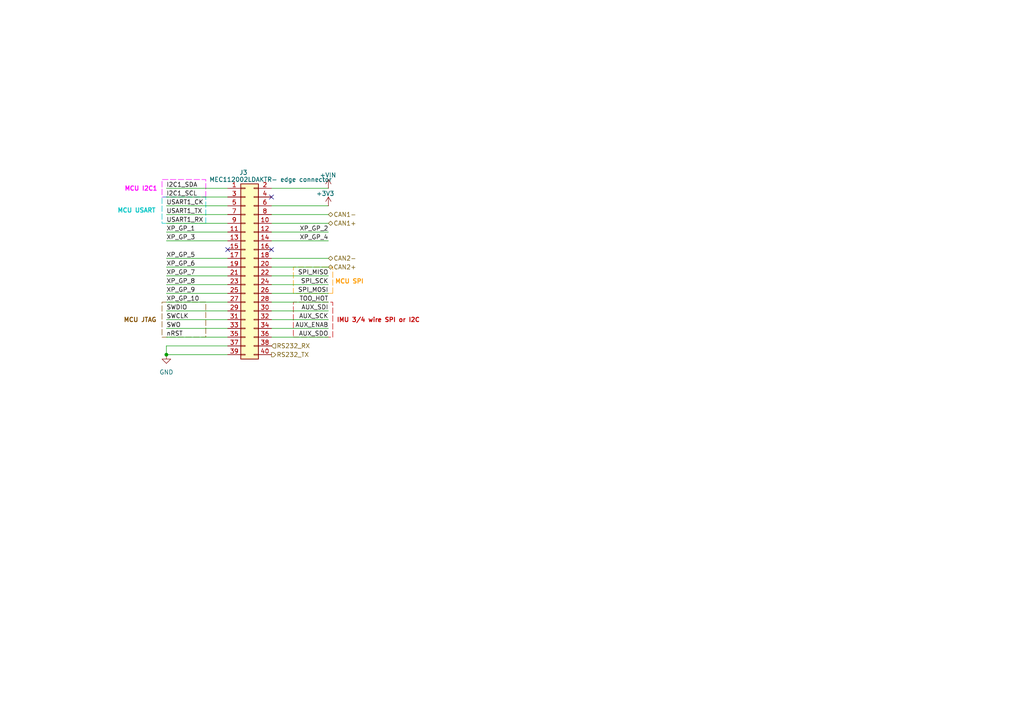
<source format=kicad_sch>
(kicad_sch (version 20250114) (generator "eeschema") (generator_version "9.0")
  (paper "A4")
  (lib_symbols
    (symbol "Connector_Generic:Conn_02x20_Odd_Even" (pin_names (offset 1.016) (hide yes))
      (property "Reference" "J" (at 1.27 25.4 0))
      (property "Value" "Conn_02x20_Odd_Even" (at 1.27 -27.94 0))
      (symbol "Conn_02x20_Odd_Even_1_1"
        (rectangle (start -1.27 24.13) (end 3.81 -26.67) (stroke (width 0.254)) (fill (type background)))
        (rectangle (start -1.27 22.987) (end 0 22.733) (stroke (width 0.1524)))
        (rectangle (start -1.27 20.447) (end 0 20.193) (stroke (width 0.1524)))
        (rectangle (start -1.27 17.907) (end 0 17.653) (stroke (width 0.1524)))
        (rectangle (start -1.27 15.367) (end 0 15.113) (stroke (width 0.1524)))
        (rectangle (start -1.27 12.827) (end 0 12.573) (stroke (width 0.1524)))
        (rectangle (start -1.27 10.287) (end 0 10.033) (stroke (width 0.1524)))
        (rectangle (start -1.27 7.747) (end 0 7.493) (stroke (width 0.1524)))
        (rectangle (start -1.27 5.207) (end 0 4.953) (stroke (width 0.1524)))
        (rectangle (start -1.27 2.667) (end 0 2.413) (stroke (width 0.1524)))
        (rectangle (start -1.27 0.127) (end 0 -0.127) (stroke (width 0.1524)))
        (rectangle (start -1.27 -2.413) (end 0 -2.667) (stroke (width 0.1524)))
        (rectangle (start -1.27 -4.953) (end 0 -5.207) (stroke (width 0.1524)))
        (rectangle (start -1.27 -7.493) (end 0 -7.747) (stroke (width 0.1524)))
        (rectangle (start -1.27 -10.033) (end 0 -10.287) (stroke (width 0.1524)))
        (rectangle (start -1.27 -12.573) (end 0 -12.827) (stroke (width 0.1524)))
        (rectangle (start -1.27 -15.113) (end 0 -15.367) (stroke (width 0.1524)))
        (rectangle (start -1.27 -17.653) (end 0 -17.907) (stroke (width 0.1524)))
        (rectangle (start -1.27 -20.193) (end 0 -20.447) (stroke (width 0.1524)))
        (rectangle (start -1.27 -22.733) (end 0 -22.987) (stroke (width 0.1524)))
        (rectangle (start -1.27 -25.273) (end 0 -25.527) (stroke (width 0.1524)))
        (rectangle (start 3.81 22.987) (end 2.54 22.733) (stroke (width 0.1524)))
        (rectangle (start 3.81 20.447) (end 2.54 20.193) (stroke (width 0.1524)))
        (rectangle (start 3.81 17.907) (end 2.54 17.653) (stroke (width 0.1524)))
        (rectangle (start 3.81 15.367) (end 2.54 15.113) (stroke (width 0.1524)))
        (rectangle (start 3.81 12.827) (end 2.54 12.573) (stroke (width 0.1524)))
        (rectangle (start 3.81 10.287) (end 2.54 10.033) (stroke (width 0.1524)))
        (rectangle (start 3.81 7.747) (end 2.54 7.493) (stroke (width 0.1524)))
        (rectangle (start 3.81 5.207) (end 2.54 4.953) (stroke (width 0.1524)))
        (rectangle (start 3.81 2.667) (end 2.54 2.413) (stroke (width 0.1524)))
        (rectangle (start 3.81 0.127) (end 2.54 -0.127) (stroke (width 0.1524)))
        (rectangle (start 3.81 -2.413) (end 2.54 -2.667) (stroke (width 0.1524)))
        (rectangle (start 3.81 -4.953) (end 2.54 -5.207) (stroke (width 0.1524)))
        (rectangle (start 3.81 -7.493) (end 2.54 -7.747) (stroke (width 0.1524)))
        (rectangle (start 3.81 -10.033) (end 2.54 -10.287) (stroke (width 0.1524)))
        (rectangle (start 3.81 -12.573) (end 2.54 -12.827) (stroke (width 0.1524)))
        (rectangle (start 3.81 -15.113) (end 2.54 -15.367) (stroke (width 0.1524)))
        (rectangle (start 3.81 -17.653) (end 2.54 -17.907) (stroke (width 0.1524)))
        (rectangle (start 3.81 -20.193) (end 2.54 -20.447) (stroke (width 0.1524)))
        (rectangle (start 3.81 -22.733) (end 2.54 -22.987) (stroke (width 0.1524)))
        (rectangle (start 3.81 -25.273) (end 2.54 -25.527) (stroke (width 0.1524)))
        (pin passive line (at -5.08 22.86 0) (length 3.81) (name "Pin_1") (number "1"))
        (pin passive line (at -5.08 20.32 0) (length 3.81) (name "Pin_3") (number "3"))
        (pin passive line (at -5.08 17.78 0) (length 3.81) (name "Pin_5") (number "5"))
        (pin passive line (at -5.08 15.24 0) (length 3.81) (name "Pin_7") (number "7"))
        (pin passive line (at -5.08 12.7 0) (length 3.81) (name "Pin_9") (number "9"))
        (pin passive line (at -5.08 10.16 0) (length 3.81) (name "Pin_11") (number "11"))
        (pin passive line (at -5.08 7.62 0) (length 3.81) (name "Pin_13") (number "13"))
        (pin passive line (at -5.08 5.08 0) (length 3.81) (name "Pin_15") (number "15"))
        (pin passive line (at -5.08 2.54 0) (length 3.81) (name "Pin_17") (number "17"))
        (pin passive line (at -5.08 0 0) (length 3.81) (name "Pin_19") (number "19"))
        (pin passive line (at -5.08 -2.54 0) (length 3.81) (name "Pin_21") (number "21"))
        (pin passive line (at -5.08 -5.08 0) (length 3.81) (name "Pin_23") (number "23"))
        (pin passive line (at -5.08 -7.62 0) (length 3.81) (name "Pin_25") (number "25"))
        (pin passive line (at -5.08 -10.16 0) (length 3.81) (name "Pin_27") (number "27"))
        (pin passive line (at -5.08 -12.7 0) (length 3.81) (name "Pin_29") (number "29"))
        (pin passive line (at -5.08 -15.24 0) (length 3.81) (name "Pin_31") (number "31"))
        (pin passive line (at -5.08 -17.78 0) (length 3.81) (name "Pin_33") (number "33"))
        (pin passive line (at -5.08 -20.32 0) (length 3.81) (name "Pin_35") (number "35"))
        (pin passive line (at -5.08 -22.86 0) (length 3.81) (name "Pin_37") (number "37"))
        (pin passive line (at -5.08 -25.4 0) (length 3.81) (name "Pin_39") (number "39"))
        (pin passive line (at 7.62 22.86 180) (length 3.81) (name "Pin_2") (number "2"))
        (pin passive line (at 7.62 20.32 180) (length 3.81) (name "Pin_4") (number "4"))
        (pin passive line (at 7.62 17.78 180) (length 3.81) (name "Pin_6") (number "6"))
        (pin passive line (at 7.62 15.24 180) (length 3.81) (name "Pin_8") (number "8"))
        (pin passive line (at 7.62 12.7 180) (length 3.81) (name "Pin_10") (number "10"))
        (pin passive line (at 7.62 10.16 180) (length 3.81) (name "Pin_12") (number "12"))
        (pin passive line (at 7.62 7.62 180) (length 3.81) (name "Pin_14") (number "14"))
        (pin passive line (at 7.62 5.08 180) (length 3.81) (name "Pin_16") (number "16"))
        (pin passive line (at 7.62 2.54 180) (length 3.81) (name "Pin_18") (number "18"))
        (pin passive line (at 7.62 0 180) (length 3.81) (name "Pin_20") (number "20"))
        (pin passive line (at 7.62 -2.54 180) (length 3.81) (name "Pin_22") (number "22"))
        (pin passive line (at 7.62 -5.08 180) (length 3.81) (name "Pin_24") (number "24"))
        (pin passive line (at 7.62 -7.62 180) (length 3.81) (name "Pin_26") (number "26"))
        (pin passive line (at 7.62 -10.16 180) (length 3.81) (name "Pin_28") (number "28"))
        (pin passive line (at 7.62 -12.7 180) (length 3.81) (name "Pin_30") (number "30"))
        (pin passive line (at 7.62 -15.24 180) (length 3.81) (name "Pin_32") (number "32"))
        (pin passive line (at 7.62 -17.78 180) (length 3.81) (name "Pin_34") (number "34"))
        (pin passive line (at 7.62 -20.32 180) (length 3.81) (name "Pin_36") (number "36"))
        (pin passive line (at 7.62 -22.86 180) (length 3.81) (name "Pin_38") (number "38"))
        (pin passive line (at 7.62 -25.4 180) (length 3.81) (name "Pin_40") (number "40"))
      )
    )
    (symbol "power:+3V3" (power) (pin_numbers (hide yes)) (pin_names (offset 0) (hide yes))
      (property "Value" "+3V3" (at 0 3.556 0))
      (symbol "+3V3_0_1"
        (polyline (pts (xy -0.762 1.27) (xy 0 2.54)))
        (polyline (pts (xy 0 2.54) (xy 0.762 1.27)))
        (polyline (pts (xy 0 0) (xy 0 2.54)))
      )
      (symbol "+3V3_1_1"
        (pin power_in line (at 0 0 90) (length 0) (name "~") (number "1"))
      )
    )
    (symbol "power:+5V" (power) (pin_numbers (hide yes)) (pin_names (offset 0) (hide yes))
      (property "Value" "+5V" (at 0 3.556 0))
      (symbol "+5V_0_1"
        (polyline (pts (xy -0.762 1.27) (xy 0 2.54)))
        (polyline (pts (xy 0 2.54) (xy 0.762 1.27)))
        (polyline (pts (xy 0 0) (xy 0 2.54)))
      )
      (symbol "+5V_1_1"
        (pin power_in line (at 0 0 90) (length 0) (name "~") (number "1"))
      )
    )
    (symbol "power:GND" (power) (pin_numbers (hide yes)) (pin_names (offset 0) (hide yes))
      (property "Value" "GND" (at 0 -3.81 0))
      (symbol "GND_0_1"
        (polyline (pts (xy 0 0) (xy 0 -1.27) (xy 1.27 -1.27) (xy 0 -2.54) (xy -1.27 -1.27) (xy 0 -1.27)))
      )
      (symbol "GND_1_1"
        (pin power_in line (at 0 0 270) (length 0) (name "~") (number "1"))
      )
    )
  )
  (text "MCU I2C1" (at 40.894 54.864 0) (effects (font (size 1.27 1.27) (thickness 0.254) (bold yes))))
  (text "MCU SPI" (at 101.346 81.788 0) (effects (font (size 1.27 1.27) (thickness 0.254) (bold yes))))
  (text "MCU JTAG" (at 40.64 92.964 0) (effects (font (size 1.27 1.27) (thickness 0.254) (bold yes))))
  (text "IMU 3/4 wire SPI or I2C" (at 109.728 92.964 0) (effects (font (size 1.27 1.27) (thickness 0.254) (bold yes))))
  (text "MCU USART" (at 39.624 61.214 0) (effects (font (size 1.27 1.27) (thickness 0.254) (bold yes))))
  (junction (at 48.26 102.87))
  (no_connect (at 66.04 72.39))
  (no_connect (at 78.74 57.15))
  (no_connect (at 78.74 72.39))
  (wire (pts (xy 78.74 74.93) (xy 95.25 74.93)))
  (wire (pts (xy 78.74 92.71) (xy 95.25 92.71)))
  (wire (pts (xy 78.74 97.79) (xy 95.25 97.79)))
  (wire (pts (xy 78.74 64.77) (xy 95.25 64.77)))
  (wire (pts (xy 78.74 62.23) (xy 95.25 62.23)))
  (wire (pts (xy 78.74 67.31) (xy 95.25 67.31)))
  (wire (pts (xy 78.74 90.17) (xy 95.25 90.17)))
  (wire (pts (xy 78.74 87.63) (xy 95.25 87.63)))
  (wire (pts (xy 78.74 59.69) (xy 95.25 59.69)))
  (wire (pts (xy 78.74 54.61) (xy 95.25 54.61)))
  (wire (pts (xy 48.26 54.61) (xy 66.04 54.61)))
  (wire (pts (xy 66.04 100.33) (xy 48.26 100.33)))
  (wire (pts (xy 78.74 69.85) (xy 95.25 69.85)))
  (wire (pts (xy 48.26 92.71) (xy 66.04 92.71)))
  (wire (pts (xy 48.26 64.77) (xy 66.04 64.77)))
  (wire (pts (xy 48.26 82.55) (xy 66.04 82.55)))
  (wire (pts (xy 78.74 95.25) (xy 95.25 95.25)))
  (wire (pts (xy 78.74 77.47) (xy 95.25 77.47)))
  (wire (pts (xy 48.26 69.85) (xy 66.04 69.85)))
  (wire (pts (xy 48.26 100.33) (xy 48.26 102.87)))
  (wire (pts (xy 48.26 57.15) (xy 66.04 57.15)))
  (wire (pts (xy 48.26 74.93) (xy 66.04 74.93)))
  (wire (pts (xy 78.74 82.55) (xy 95.25 82.55)))
  (wire (pts (xy 48.26 87.63) (xy 66.04 87.63)))
  (wire (pts (xy 48.26 95.25) (xy 66.04 95.25)))
  (wire (pts (xy 48.26 67.31) (xy 66.04 67.31)))
  (wire (pts (xy 48.26 77.47) (xy 66.04 77.47)))
  (wire (pts (xy 66.04 85.09) (xy 48.26 85.09)))
  (wire (pts (xy 48.26 80.01) (xy 66.04 80.01)))
  (wire (pts (xy 48.26 97.79) (xy 66.04 97.79)))
  (wire (pts (xy 48.26 102.87) (xy 66.04 102.87)))
  (wire (pts (xy 48.26 62.23) (xy 66.04 62.23)))
  (wire (pts (xy 78.74 80.01) (xy 95.25 80.01)))
  (wire (pts (xy 48.26 59.69) (xy 66.04 59.69)))
  (wire (pts (xy 78.74 85.09) (xy 95.25 85.09)))
  (wire (pts (xy 48.26 90.17) (xy 66.04 90.17)))
  (label "XP_GP_2" (at 95.25 67.31 180))
  (label "SPI_SCK" (at 95.25 82.55 180) (effects (font (thickness 0.1588))))
  (label "nRST" (at 48.26 97.79 0) (effects (font (thickness 0.1588))))
  (label "XP_GP_10" (at 48.26 87.63 0))
  (label "SWO" (at 48.26 95.25 0) (effects (font (thickness 0.1588))))
  (label "SPI_MISO" (at 95.25 80.01 180) (effects (font (thickness 0.1588))))
  (label "USART1_CK" (at 48.26 59.69 0) (effects (font (thickness 0.1588))))
  (label "XP_GP_4" (at 95.25 69.85 180))
  (label "XP_GP_1" (at 48.26 67.31 0))
  (label "AUX_ENAB" (at 95.25 95.25 180))
  (label "SWDIO" (at 48.26 90.17 0) (effects (font (thickness 0.1588))))
  (label "XP_GP_3" (at 48.26 69.85 0))
  (label "SWCLK" (at 48.26 92.71 0) (effects (font (thickness 0.1588))))
  (label "XP_GP_6" (at 48.26 77.47 0))
  (label "AUX_SDO" (at 95.25 97.79 180))
  (label "USART1_TX" (at 48.26 62.23 0) (effects (font (thickness 0.1588))))
  (label "XP_GP_7" (at 48.26 80.01 0))
  (label "XP_GP_5" (at 48.26 74.93 0))
  (label "I2C1_SCL" (at 48.26 57.15 0) (effects (font (thickness 0.1588))))
  (label "USART1_RX" (at 48.26 64.77 0) (effects (font (thickness 0.1588))))
  (label "XP_GP_9" (at 48.26 85.09 0))
  (label "XP_GP_8" (at 48.26 82.55 0))
  (label "I2C1_SDA" (at 48.26 54.61 0) (effects (font (thickness 0.1588))))
  (label "TOO_HOT" (at 95.25 87.63 180) (effects (font (thickness 0.1588))))
  (label "SPI_MOSI" (at 95.25 85.09 180) (effects (font (thickness 0.1588))))
  (label "AUX_SCK" (at 95.25 92.71 180))
  (label "AUX_SDI" (at 95.25 90.17 180))
  (hierarchical_label "CAN1+" (shape bidirectional) (at 95.25 64.77 0))
  (hierarchical_label "CAN2+" (shape bidirectional) (at 95.25 77.47 0))
  (hierarchical_label "CAN2-" (shape bidirectional) (at 95.25 74.93 0))
  (hierarchical_label "RS232_TX" (shape output) (at 78.74 102.87 0))
  (hierarchical_label "RS232_RX" (shape input) (at 78.74 100.33 0))
  (hierarchical_label "CAN1-" (shape bidirectional) (at 95.25 62.23 0))
  (rule_area (polyline (pts (xy 59.69 64.77) (xy 59.69 57.15) (xy 46.99 57.15) (xy 46.99 64.77)) (stroke (width 0) (type dash) (color 0 194 194 1))))
  (rule_area (polyline (pts (xy 46.99 97.79) (xy 59.69 97.79) (xy 59.69 87.63) (xy 46.99 87.63)) (stroke (width 0) (type dash) (color 128 77 0 1))))
  (rule_area (polyline (pts (xy 85.09 97.79) (xy 96.52 97.79) (xy 96.52 87.63) (xy 85.09 87.63)) (stroke (width 0) (type dash) (color 194 0 0 1))))
  (rule_area (polyline (pts (xy 96.52 85.09) (xy 96.52 77.47) (xy 85.09 77.47) (xy 85.09 85.09)) (stroke (width 0) (type dash) (color 255 153 0 1))))
  (rule_area (polyline (pts (xy 59.69 57.15) (xy 59.69 52.07) (xy 46.99 52.07) (xy 46.99 57.15)) (stroke (width 0) (type dash) (color 255 0 255 1))))
  (symbol (lib_id "power:+3V3") (at 95.25 54.61 0) (unit 1)
    (property "Reference" "#PWR0194" (effects (hide yes)))
    (property "Value" "+VIN" (at 92.71 50.8 0) (effects (justify left)))
    (property "Description" "Power symbol creates a global label with name \"+3V3\"" (effects (hide yes)))
  )
  (symbol (lib_id "power:GND") (at 48.26 102.87 0) (unit 1)
    (property "Reference" "#PWR0278" (effects (hide yes)))
    (property "Value" "GND" (at 48.26 107.95 0))
    (property "Description" "Power symbol creates a global label with name \"GND\" , ground" (effects (hide yes)))
  )
  (symbol (lib_id "power:+5V") (at 95.25 59.69 0) (unit 1)
    (property "Reference" "#PWR0270" (effects (hide yes)))
    (property "Value" "+3V3" (at 91.694 56.134 0) (effects (justify left)))
    (property "Description" "Power symbol creates a global label with name \"+5V\"" (effects (hide yes)))
  )
  (symbol (lib_id "Connector_Generic:Conn_02x20_Odd_Even") (at 71.12 77.47 0) (unit 1)
    (property "Reference" "J3" (at 70.612 50.038 0))
    (property "Value" "MEC112002LDAKTR- edge connector" (at 78.486 52.07 0))
    (property "Footprint" "SUFST:MEC112002LDAKTR" (effects (hide yes)))
    (property "Description" "Generic connector, double row, 02x20, odd/even pin numbering scheme (row 1 odd numbers, row 2 even numbers), script generated (kicad-library-utils/schlib/autogen/connector/)" (effects (hide yes)))
    (property "MP" " MEC1-120-02-L-D-A-K-TR " (effects (hide yes)))
    (property "Mouser Order Number" "200-MEC112002LDAKTR" (effects (hide yes)))
    (property "To Order" "TRUE" (effects (hide yes)))
  )
)
</source>
